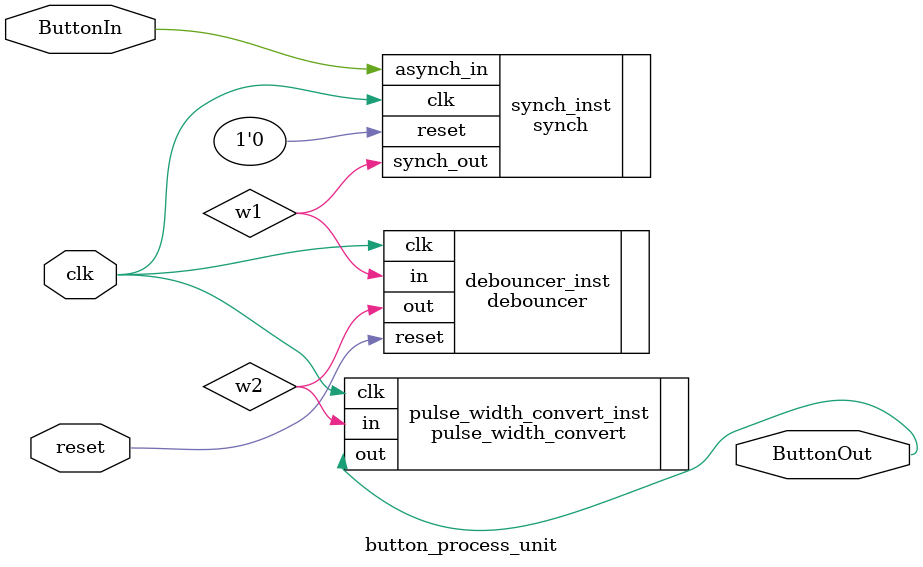
<source format=v>
module button_process_unit(clk,reset,ButtonIn,ButtonOut);
input reset,ButtonIn,clk;
output ButtonOut;
wire w1,w2;
//æ±æ¯æä¸æ¬¡æé®ï¼æé®å¤çæ¨¡åè¾åºä¸?ä¸ªæ­£èå²ä¿¡å·ï¼èå²çå®½åº¦ä¸ºä¸ä¸? clk æ¶éå¨æ
parameter sim=0;        //åæ° simæ¥æ§å¶åé¢å¨çåé¢æ¯ãsim é»è®¤å? 0

//è°ç¨é²é¢¤çµè·¯å­æ¨¡å? 
debouncer #(.sim(sim)) debouncer_inst(
    .clk(clk), 
    .out(w2),
    .reset(reset),
    .in(w1)
);

//instantiate  ofèå²å®½åº¦åæ¢
pulse_width_convert pulse_width_convert_inst(
.clk(clk), 
.out(ButtonOut),
.in(w2)
);

//instantiate  of åæ­¥å?
synch  synch_inst(
 .asynch_in(ButtonIn),
 .clk(clk),
 .synch_out(w1),
 .reset(1'b0)
 );



endmodule

</source>
